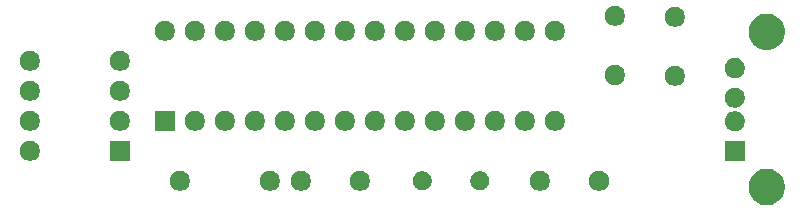
<source format=gbs>
G04 #@! TF.GenerationSoftware,KiCad,Pcbnew,5.1.5*
G04 #@! TF.CreationDate,2020-02-20T08:26:26-05:00*
G04 #@! TF.ProjectId,bluefish-hardware,626c7565-6669-4736-982d-686172647761,rev?*
G04 #@! TF.SameCoordinates,Original*
G04 #@! TF.FileFunction,Soldermask,Bot*
G04 #@! TF.FilePolarity,Negative*
%FSLAX46Y46*%
G04 Gerber Fmt 4.6, Leading zero omitted, Abs format (unit mm)*
G04 Created by KiCad (PCBNEW 5.1.5) date 2020-02-20 08:26:26*
%MOMM*%
%LPD*%
G04 APERTURE LIST*
%ADD10C,0.100000*%
G04 APERTURE END LIST*
D10*
G36*
X197322585Y-100608802D02*
G01*
X197472410Y-100638604D01*
X197754674Y-100755521D01*
X198008705Y-100925259D01*
X198224741Y-101141295D01*
X198394479Y-101395326D01*
X198511396Y-101677590D01*
X198571000Y-101977240D01*
X198571000Y-102282760D01*
X198511396Y-102582410D01*
X198394479Y-102864674D01*
X198224741Y-103118705D01*
X198008705Y-103334741D01*
X197754674Y-103504479D01*
X197472410Y-103621396D01*
X197322585Y-103651198D01*
X197172761Y-103681000D01*
X196867239Y-103681000D01*
X196717415Y-103651198D01*
X196567590Y-103621396D01*
X196285326Y-103504479D01*
X196031295Y-103334741D01*
X195815259Y-103118705D01*
X195645521Y-102864674D01*
X195528604Y-102582410D01*
X195469000Y-102282760D01*
X195469000Y-101977240D01*
X195528604Y-101677590D01*
X195645521Y-101395326D01*
X195815259Y-101141295D01*
X196031295Y-100925259D01*
X196285326Y-100755521D01*
X196567590Y-100638604D01*
X196717415Y-100608802D01*
X196867239Y-100579000D01*
X197172761Y-100579000D01*
X197322585Y-100608802D01*
G37*
G36*
X183048228Y-100781703D02*
G01*
X183203100Y-100845853D01*
X183342481Y-100938985D01*
X183461015Y-101057519D01*
X183554147Y-101196900D01*
X183618297Y-101351772D01*
X183651000Y-101516184D01*
X183651000Y-101683816D01*
X183618297Y-101848228D01*
X183554147Y-102003100D01*
X183461015Y-102142481D01*
X183342481Y-102261015D01*
X183203100Y-102354147D01*
X183048228Y-102418297D01*
X182883816Y-102451000D01*
X182716184Y-102451000D01*
X182551772Y-102418297D01*
X182396900Y-102354147D01*
X182257519Y-102261015D01*
X182138985Y-102142481D01*
X182045853Y-102003100D01*
X181981703Y-101848228D01*
X181949000Y-101683816D01*
X181949000Y-101516184D01*
X181981703Y-101351772D01*
X182045853Y-101196900D01*
X182138985Y-101057519D01*
X182257519Y-100938985D01*
X182396900Y-100845853D01*
X182551772Y-100781703D01*
X182716184Y-100749000D01*
X182883816Y-100749000D01*
X183048228Y-100781703D01*
G37*
G36*
X178048228Y-100781703D02*
G01*
X178203100Y-100845853D01*
X178342481Y-100938985D01*
X178461015Y-101057519D01*
X178554147Y-101196900D01*
X178618297Y-101351772D01*
X178651000Y-101516184D01*
X178651000Y-101683816D01*
X178618297Y-101848228D01*
X178554147Y-102003100D01*
X178461015Y-102142481D01*
X178342481Y-102261015D01*
X178203100Y-102354147D01*
X178048228Y-102418297D01*
X177883816Y-102451000D01*
X177716184Y-102451000D01*
X177551772Y-102418297D01*
X177396900Y-102354147D01*
X177257519Y-102261015D01*
X177138985Y-102142481D01*
X177045853Y-102003100D01*
X176981703Y-101848228D01*
X176949000Y-101683816D01*
X176949000Y-101516184D01*
X176981703Y-101351772D01*
X177045853Y-101196900D01*
X177138985Y-101057519D01*
X177257519Y-100938985D01*
X177396900Y-100845853D01*
X177551772Y-100781703D01*
X177716184Y-100749000D01*
X177883816Y-100749000D01*
X178048228Y-100781703D01*
G37*
G36*
X162808228Y-100781703D02*
G01*
X162963100Y-100845853D01*
X163102481Y-100938985D01*
X163221015Y-101057519D01*
X163314147Y-101196900D01*
X163378297Y-101351772D01*
X163411000Y-101516184D01*
X163411000Y-101683816D01*
X163378297Y-101848228D01*
X163314147Y-102003100D01*
X163221015Y-102142481D01*
X163102481Y-102261015D01*
X162963100Y-102354147D01*
X162808228Y-102418297D01*
X162643816Y-102451000D01*
X162476184Y-102451000D01*
X162311772Y-102418297D01*
X162156900Y-102354147D01*
X162017519Y-102261015D01*
X161898985Y-102142481D01*
X161805853Y-102003100D01*
X161741703Y-101848228D01*
X161709000Y-101683816D01*
X161709000Y-101516184D01*
X161741703Y-101351772D01*
X161805853Y-101196900D01*
X161898985Y-101057519D01*
X162017519Y-100938985D01*
X162156900Y-100845853D01*
X162311772Y-100781703D01*
X162476184Y-100749000D01*
X162643816Y-100749000D01*
X162808228Y-100781703D01*
G37*
G36*
X157808228Y-100781703D02*
G01*
X157963100Y-100845853D01*
X158102481Y-100938985D01*
X158221015Y-101057519D01*
X158314147Y-101196900D01*
X158378297Y-101351772D01*
X158411000Y-101516184D01*
X158411000Y-101683816D01*
X158378297Y-101848228D01*
X158314147Y-102003100D01*
X158221015Y-102142481D01*
X158102481Y-102261015D01*
X157963100Y-102354147D01*
X157808228Y-102418297D01*
X157643816Y-102451000D01*
X157476184Y-102451000D01*
X157311772Y-102418297D01*
X157156900Y-102354147D01*
X157017519Y-102261015D01*
X156898985Y-102142481D01*
X156805853Y-102003100D01*
X156741703Y-101848228D01*
X156709000Y-101683816D01*
X156709000Y-101516184D01*
X156741703Y-101351772D01*
X156805853Y-101196900D01*
X156898985Y-101057519D01*
X157017519Y-100938985D01*
X157156900Y-100845853D01*
X157311772Y-100781703D01*
X157476184Y-100749000D01*
X157643816Y-100749000D01*
X157808228Y-100781703D01*
G37*
G36*
X155188228Y-100781703D02*
G01*
X155343100Y-100845853D01*
X155482481Y-100938985D01*
X155601015Y-101057519D01*
X155694147Y-101196900D01*
X155758297Y-101351772D01*
X155791000Y-101516184D01*
X155791000Y-101683816D01*
X155758297Y-101848228D01*
X155694147Y-102003100D01*
X155601015Y-102142481D01*
X155482481Y-102261015D01*
X155343100Y-102354147D01*
X155188228Y-102418297D01*
X155023816Y-102451000D01*
X154856184Y-102451000D01*
X154691772Y-102418297D01*
X154536900Y-102354147D01*
X154397519Y-102261015D01*
X154278985Y-102142481D01*
X154185853Y-102003100D01*
X154121703Y-101848228D01*
X154089000Y-101683816D01*
X154089000Y-101516184D01*
X154121703Y-101351772D01*
X154185853Y-101196900D01*
X154278985Y-101057519D01*
X154397519Y-100938985D01*
X154536900Y-100845853D01*
X154691772Y-100781703D01*
X154856184Y-100749000D01*
X155023816Y-100749000D01*
X155188228Y-100781703D01*
G37*
G36*
X147568228Y-100781703D02*
G01*
X147723100Y-100845853D01*
X147862481Y-100938985D01*
X147981015Y-101057519D01*
X148074147Y-101196900D01*
X148138297Y-101351772D01*
X148171000Y-101516184D01*
X148171000Y-101683816D01*
X148138297Y-101848228D01*
X148074147Y-102003100D01*
X147981015Y-102142481D01*
X147862481Y-102261015D01*
X147723100Y-102354147D01*
X147568228Y-102418297D01*
X147403816Y-102451000D01*
X147236184Y-102451000D01*
X147071772Y-102418297D01*
X146916900Y-102354147D01*
X146777519Y-102261015D01*
X146658985Y-102142481D01*
X146565853Y-102003100D01*
X146501703Y-101848228D01*
X146469000Y-101683816D01*
X146469000Y-101516184D01*
X146501703Y-101351772D01*
X146565853Y-101196900D01*
X146658985Y-101057519D01*
X146777519Y-100938985D01*
X146916900Y-100845853D01*
X147071772Y-100781703D01*
X147236184Y-100749000D01*
X147403816Y-100749000D01*
X147568228Y-100781703D01*
G37*
G36*
X168073642Y-100829781D02*
G01*
X168219414Y-100890162D01*
X168219416Y-100890163D01*
X168350608Y-100977822D01*
X168462178Y-101089392D01*
X168534012Y-101196900D01*
X168549838Y-101220586D01*
X168610219Y-101366358D01*
X168641000Y-101521107D01*
X168641000Y-101678893D01*
X168610219Y-101833642D01*
X168549838Y-101979414D01*
X168549837Y-101979416D01*
X168462178Y-102110608D01*
X168350608Y-102222178D01*
X168219416Y-102309837D01*
X168219415Y-102309838D01*
X168219414Y-102309838D01*
X168073642Y-102370219D01*
X167918893Y-102401000D01*
X167761107Y-102401000D01*
X167606358Y-102370219D01*
X167460586Y-102309838D01*
X167460585Y-102309838D01*
X167460584Y-102309837D01*
X167329392Y-102222178D01*
X167217822Y-102110608D01*
X167130163Y-101979416D01*
X167130162Y-101979414D01*
X167069781Y-101833642D01*
X167039000Y-101678893D01*
X167039000Y-101521107D01*
X167069781Y-101366358D01*
X167130162Y-101220586D01*
X167145988Y-101196900D01*
X167217822Y-101089392D01*
X167329392Y-100977822D01*
X167460584Y-100890163D01*
X167460586Y-100890162D01*
X167606358Y-100829781D01*
X167761107Y-100799000D01*
X167918893Y-100799000D01*
X168073642Y-100829781D01*
G37*
G36*
X172953642Y-100829781D02*
G01*
X173099414Y-100890162D01*
X173099416Y-100890163D01*
X173230608Y-100977822D01*
X173342178Y-101089392D01*
X173414012Y-101196900D01*
X173429838Y-101220586D01*
X173490219Y-101366358D01*
X173521000Y-101521107D01*
X173521000Y-101678893D01*
X173490219Y-101833642D01*
X173429838Y-101979414D01*
X173429837Y-101979416D01*
X173342178Y-102110608D01*
X173230608Y-102222178D01*
X173099416Y-102309837D01*
X173099415Y-102309838D01*
X173099414Y-102309838D01*
X172953642Y-102370219D01*
X172798893Y-102401000D01*
X172641107Y-102401000D01*
X172486358Y-102370219D01*
X172340586Y-102309838D01*
X172340585Y-102309838D01*
X172340584Y-102309837D01*
X172209392Y-102222178D01*
X172097822Y-102110608D01*
X172010163Y-101979416D01*
X172010162Y-101979414D01*
X171949781Y-101833642D01*
X171919000Y-101678893D01*
X171919000Y-101521107D01*
X171949781Y-101366358D01*
X172010162Y-101220586D01*
X172025988Y-101196900D01*
X172097822Y-101089392D01*
X172209392Y-100977822D01*
X172340584Y-100890163D01*
X172340586Y-100890162D01*
X172486358Y-100829781D01*
X172641107Y-100799000D01*
X172798893Y-100799000D01*
X172953642Y-100829781D01*
G37*
G36*
X195161000Y-99911000D02*
G01*
X193459000Y-99911000D01*
X193459000Y-98209000D01*
X195161000Y-98209000D01*
X195161000Y-99911000D01*
G37*
G36*
X143091000Y-99911000D02*
G01*
X141389000Y-99911000D01*
X141389000Y-98209000D01*
X143091000Y-98209000D01*
X143091000Y-99911000D01*
G37*
G36*
X134868228Y-98241703D02*
G01*
X135023100Y-98305853D01*
X135162481Y-98398985D01*
X135281015Y-98517519D01*
X135374147Y-98656900D01*
X135438297Y-98811772D01*
X135471000Y-98976184D01*
X135471000Y-99143816D01*
X135438297Y-99308228D01*
X135374147Y-99463100D01*
X135281015Y-99602481D01*
X135162481Y-99721015D01*
X135023100Y-99814147D01*
X134868228Y-99878297D01*
X134703816Y-99911000D01*
X134536184Y-99911000D01*
X134371772Y-99878297D01*
X134216900Y-99814147D01*
X134077519Y-99721015D01*
X133958985Y-99602481D01*
X133865853Y-99463100D01*
X133801703Y-99308228D01*
X133769000Y-99143816D01*
X133769000Y-98976184D01*
X133801703Y-98811772D01*
X133865853Y-98656900D01*
X133958985Y-98517519D01*
X134077519Y-98398985D01*
X134216900Y-98305853D01*
X134371772Y-98241703D01*
X134536184Y-98209000D01*
X134703816Y-98209000D01*
X134868228Y-98241703D01*
G37*
G36*
X194558228Y-95741703D02*
G01*
X194713100Y-95805853D01*
X194852481Y-95898985D01*
X194971015Y-96017519D01*
X195064147Y-96156900D01*
X195128297Y-96311772D01*
X195161000Y-96476184D01*
X195161000Y-96643816D01*
X195128297Y-96808228D01*
X195064147Y-96963100D01*
X194971015Y-97102481D01*
X194852481Y-97221015D01*
X194713100Y-97314147D01*
X194558228Y-97378297D01*
X194393816Y-97411000D01*
X194226184Y-97411000D01*
X194061772Y-97378297D01*
X193906900Y-97314147D01*
X193767519Y-97221015D01*
X193648985Y-97102481D01*
X193555853Y-96963100D01*
X193491703Y-96808228D01*
X193459000Y-96643816D01*
X193459000Y-96476184D01*
X193491703Y-96311772D01*
X193555853Y-96156900D01*
X193648985Y-96017519D01*
X193767519Y-95898985D01*
X193906900Y-95805853D01*
X194061772Y-95741703D01*
X194226184Y-95709000D01*
X194393816Y-95709000D01*
X194558228Y-95741703D01*
G37*
G36*
X142488228Y-95701703D02*
G01*
X142643100Y-95765853D01*
X142782481Y-95858985D01*
X142901015Y-95977519D01*
X142994147Y-96116900D01*
X143058297Y-96271772D01*
X143091000Y-96436184D01*
X143091000Y-96603816D01*
X143058297Y-96768228D01*
X142994147Y-96923100D01*
X142901015Y-97062481D01*
X142782481Y-97181015D01*
X142643100Y-97274147D01*
X142488228Y-97338297D01*
X142323816Y-97371000D01*
X142156184Y-97371000D01*
X141991772Y-97338297D01*
X141836900Y-97274147D01*
X141697519Y-97181015D01*
X141578985Y-97062481D01*
X141485853Y-96923100D01*
X141421703Y-96768228D01*
X141389000Y-96603816D01*
X141389000Y-96436184D01*
X141421703Y-96271772D01*
X141485853Y-96116900D01*
X141578985Y-95977519D01*
X141697519Y-95858985D01*
X141836900Y-95765853D01*
X141991772Y-95701703D01*
X142156184Y-95669000D01*
X142323816Y-95669000D01*
X142488228Y-95701703D01*
G37*
G36*
X134868228Y-95701703D02*
G01*
X135023100Y-95765853D01*
X135162481Y-95858985D01*
X135281015Y-95977519D01*
X135374147Y-96116900D01*
X135438297Y-96271772D01*
X135471000Y-96436184D01*
X135471000Y-96603816D01*
X135438297Y-96768228D01*
X135374147Y-96923100D01*
X135281015Y-97062481D01*
X135162481Y-97181015D01*
X135023100Y-97274147D01*
X134868228Y-97338297D01*
X134703816Y-97371000D01*
X134536184Y-97371000D01*
X134371772Y-97338297D01*
X134216900Y-97274147D01*
X134077519Y-97181015D01*
X133958985Y-97062481D01*
X133865853Y-96923100D01*
X133801703Y-96768228D01*
X133769000Y-96603816D01*
X133769000Y-96436184D01*
X133801703Y-96271772D01*
X133865853Y-96116900D01*
X133958985Y-95977519D01*
X134077519Y-95858985D01*
X134216900Y-95765853D01*
X134371772Y-95701703D01*
X134536184Y-95669000D01*
X134703816Y-95669000D01*
X134868228Y-95701703D01*
G37*
G36*
X171698228Y-95701703D02*
G01*
X171853100Y-95765853D01*
X171992481Y-95858985D01*
X172111015Y-95977519D01*
X172204147Y-96116900D01*
X172268297Y-96271772D01*
X172301000Y-96436184D01*
X172301000Y-96603816D01*
X172268297Y-96768228D01*
X172204147Y-96923100D01*
X172111015Y-97062481D01*
X171992481Y-97181015D01*
X171853100Y-97274147D01*
X171698228Y-97338297D01*
X171533816Y-97371000D01*
X171366184Y-97371000D01*
X171201772Y-97338297D01*
X171046900Y-97274147D01*
X170907519Y-97181015D01*
X170788985Y-97062481D01*
X170695853Y-96923100D01*
X170631703Y-96768228D01*
X170599000Y-96603816D01*
X170599000Y-96436184D01*
X170631703Y-96271772D01*
X170695853Y-96116900D01*
X170788985Y-95977519D01*
X170907519Y-95858985D01*
X171046900Y-95765853D01*
X171201772Y-95701703D01*
X171366184Y-95669000D01*
X171533816Y-95669000D01*
X171698228Y-95701703D01*
G37*
G36*
X166618228Y-95701703D02*
G01*
X166773100Y-95765853D01*
X166912481Y-95858985D01*
X167031015Y-95977519D01*
X167124147Y-96116900D01*
X167188297Y-96271772D01*
X167221000Y-96436184D01*
X167221000Y-96603816D01*
X167188297Y-96768228D01*
X167124147Y-96923100D01*
X167031015Y-97062481D01*
X166912481Y-97181015D01*
X166773100Y-97274147D01*
X166618228Y-97338297D01*
X166453816Y-97371000D01*
X166286184Y-97371000D01*
X166121772Y-97338297D01*
X165966900Y-97274147D01*
X165827519Y-97181015D01*
X165708985Y-97062481D01*
X165615853Y-96923100D01*
X165551703Y-96768228D01*
X165519000Y-96603816D01*
X165519000Y-96436184D01*
X165551703Y-96271772D01*
X165615853Y-96116900D01*
X165708985Y-95977519D01*
X165827519Y-95858985D01*
X165966900Y-95765853D01*
X166121772Y-95701703D01*
X166286184Y-95669000D01*
X166453816Y-95669000D01*
X166618228Y-95701703D01*
G37*
G36*
X164078228Y-95701703D02*
G01*
X164233100Y-95765853D01*
X164372481Y-95858985D01*
X164491015Y-95977519D01*
X164584147Y-96116900D01*
X164648297Y-96271772D01*
X164681000Y-96436184D01*
X164681000Y-96603816D01*
X164648297Y-96768228D01*
X164584147Y-96923100D01*
X164491015Y-97062481D01*
X164372481Y-97181015D01*
X164233100Y-97274147D01*
X164078228Y-97338297D01*
X163913816Y-97371000D01*
X163746184Y-97371000D01*
X163581772Y-97338297D01*
X163426900Y-97274147D01*
X163287519Y-97181015D01*
X163168985Y-97062481D01*
X163075853Y-96923100D01*
X163011703Y-96768228D01*
X162979000Y-96603816D01*
X162979000Y-96436184D01*
X163011703Y-96271772D01*
X163075853Y-96116900D01*
X163168985Y-95977519D01*
X163287519Y-95858985D01*
X163426900Y-95765853D01*
X163581772Y-95701703D01*
X163746184Y-95669000D01*
X163913816Y-95669000D01*
X164078228Y-95701703D01*
G37*
G36*
X161538228Y-95701703D02*
G01*
X161693100Y-95765853D01*
X161832481Y-95858985D01*
X161951015Y-95977519D01*
X162044147Y-96116900D01*
X162108297Y-96271772D01*
X162141000Y-96436184D01*
X162141000Y-96603816D01*
X162108297Y-96768228D01*
X162044147Y-96923100D01*
X161951015Y-97062481D01*
X161832481Y-97181015D01*
X161693100Y-97274147D01*
X161538228Y-97338297D01*
X161373816Y-97371000D01*
X161206184Y-97371000D01*
X161041772Y-97338297D01*
X160886900Y-97274147D01*
X160747519Y-97181015D01*
X160628985Y-97062481D01*
X160535853Y-96923100D01*
X160471703Y-96768228D01*
X160439000Y-96603816D01*
X160439000Y-96436184D01*
X160471703Y-96271772D01*
X160535853Y-96116900D01*
X160628985Y-95977519D01*
X160747519Y-95858985D01*
X160886900Y-95765853D01*
X161041772Y-95701703D01*
X161206184Y-95669000D01*
X161373816Y-95669000D01*
X161538228Y-95701703D01*
G37*
G36*
X158998228Y-95701703D02*
G01*
X159153100Y-95765853D01*
X159292481Y-95858985D01*
X159411015Y-95977519D01*
X159504147Y-96116900D01*
X159568297Y-96271772D01*
X159601000Y-96436184D01*
X159601000Y-96603816D01*
X159568297Y-96768228D01*
X159504147Y-96923100D01*
X159411015Y-97062481D01*
X159292481Y-97181015D01*
X159153100Y-97274147D01*
X158998228Y-97338297D01*
X158833816Y-97371000D01*
X158666184Y-97371000D01*
X158501772Y-97338297D01*
X158346900Y-97274147D01*
X158207519Y-97181015D01*
X158088985Y-97062481D01*
X157995853Y-96923100D01*
X157931703Y-96768228D01*
X157899000Y-96603816D01*
X157899000Y-96436184D01*
X157931703Y-96271772D01*
X157995853Y-96116900D01*
X158088985Y-95977519D01*
X158207519Y-95858985D01*
X158346900Y-95765853D01*
X158501772Y-95701703D01*
X158666184Y-95669000D01*
X158833816Y-95669000D01*
X158998228Y-95701703D01*
G37*
G36*
X156458228Y-95701703D02*
G01*
X156613100Y-95765853D01*
X156752481Y-95858985D01*
X156871015Y-95977519D01*
X156964147Y-96116900D01*
X157028297Y-96271772D01*
X157061000Y-96436184D01*
X157061000Y-96603816D01*
X157028297Y-96768228D01*
X156964147Y-96923100D01*
X156871015Y-97062481D01*
X156752481Y-97181015D01*
X156613100Y-97274147D01*
X156458228Y-97338297D01*
X156293816Y-97371000D01*
X156126184Y-97371000D01*
X155961772Y-97338297D01*
X155806900Y-97274147D01*
X155667519Y-97181015D01*
X155548985Y-97062481D01*
X155455853Y-96923100D01*
X155391703Y-96768228D01*
X155359000Y-96603816D01*
X155359000Y-96436184D01*
X155391703Y-96271772D01*
X155455853Y-96116900D01*
X155548985Y-95977519D01*
X155667519Y-95858985D01*
X155806900Y-95765853D01*
X155961772Y-95701703D01*
X156126184Y-95669000D01*
X156293816Y-95669000D01*
X156458228Y-95701703D01*
G37*
G36*
X151378228Y-95701703D02*
G01*
X151533100Y-95765853D01*
X151672481Y-95858985D01*
X151791015Y-95977519D01*
X151884147Y-96116900D01*
X151948297Y-96271772D01*
X151981000Y-96436184D01*
X151981000Y-96603816D01*
X151948297Y-96768228D01*
X151884147Y-96923100D01*
X151791015Y-97062481D01*
X151672481Y-97181015D01*
X151533100Y-97274147D01*
X151378228Y-97338297D01*
X151213816Y-97371000D01*
X151046184Y-97371000D01*
X150881772Y-97338297D01*
X150726900Y-97274147D01*
X150587519Y-97181015D01*
X150468985Y-97062481D01*
X150375853Y-96923100D01*
X150311703Y-96768228D01*
X150279000Y-96603816D01*
X150279000Y-96436184D01*
X150311703Y-96271772D01*
X150375853Y-96116900D01*
X150468985Y-95977519D01*
X150587519Y-95858985D01*
X150726900Y-95765853D01*
X150881772Y-95701703D01*
X151046184Y-95669000D01*
X151213816Y-95669000D01*
X151378228Y-95701703D01*
G37*
G36*
X153918228Y-95701703D02*
G01*
X154073100Y-95765853D01*
X154212481Y-95858985D01*
X154331015Y-95977519D01*
X154424147Y-96116900D01*
X154488297Y-96271772D01*
X154521000Y-96436184D01*
X154521000Y-96603816D01*
X154488297Y-96768228D01*
X154424147Y-96923100D01*
X154331015Y-97062481D01*
X154212481Y-97181015D01*
X154073100Y-97274147D01*
X153918228Y-97338297D01*
X153753816Y-97371000D01*
X153586184Y-97371000D01*
X153421772Y-97338297D01*
X153266900Y-97274147D01*
X153127519Y-97181015D01*
X153008985Y-97062481D01*
X152915853Y-96923100D01*
X152851703Y-96768228D01*
X152819000Y-96603816D01*
X152819000Y-96436184D01*
X152851703Y-96271772D01*
X152915853Y-96116900D01*
X153008985Y-95977519D01*
X153127519Y-95858985D01*
X153266900Y-95765853D01*
X153421772Y-95701703D01*
X153586184Y-95669000D01*
X153753816Y-95669000D01*
X153918228Y-95701703D01*
G37*
G36*
X174238228Y-95701703D02*
G01*
X174393100Y-95765853D01*
X174532481Y-95858985D01*
X174651015Y-95977519D01*
X174744147Y-96116900D01*
X174808297Y-96271772D01*
X174841000Y-96436184D01*
X174841000Y-96603816D01*
X174808297Y-96768228D01*
X174744147Y-96923100D01*
X174651015Y-97062481D01*
X174532481Y-97181015D01*
X174393100Y-97274147D01*
X174238228Y-97338297D01*
X174073816Y-97371000D01*
X173906184Y-97371000D01*
X173741772Y-97338297D01*
X173586900Y-97274147D01*
X173447519Y-97181015D01*
X173328985Y-97062481D01*
X173235853Y-96923100D01*
X173171703Y-96768228D01*
X173139000Y-96603816D01*
X173139000Y-96436184D01*
X173171703Y-96271772D01*
X173235853Y-96116900D01*
X173328985Y-95977519D01*
X173447519Y-95858985D01*
X173586900Y-95765853D01*
X173741772Y-95701703D01*
X173906184Y-95669000D01*
X174073816Y-95669000D01*
X174238228Y-95701703D01*
G37*
G36*
X179318228Y-95701703D02*
G01*
X179473100Y-95765853D01*
X179612481Y-95858985D01*
X179731015Y-95977519D01*
X179824147Y-96116900D01*
X179888297Y-96271772D01*
X179921000Y-96436184D01*
X179921000Y-96603816D01*
X179888297Y-96768228D01*
X179824147Y-96923100D01*
X179731015Y-97062481D01*
X179612481Y-97181015D01*
X179473100Y-97274147D01*
X179318228Y-97338297D01*
X179153816Y-97371000D01*
X178986184Y-97371000D01*
X178821772Y-97338297D01*
X178666900Y-97274147D01*
X178527519Y-97181015D01*
X178408985Y-97062481D01*
X178315853Y-96923100D01*
X178251703Y-96768228D01*
X178219000Y-96603816D01*
X178219000Y-96436184D01*
X178251703Y-96271772D01*
X178315853Y-96116900D01*
X178408985Y-95977519D01*
X178527519Y-95858985D01*
X178666900Y-95765853D01*
X178821772Y-95701703D01*
X178986184Y-95669000D01*
X179153816Y-95669000D01*
X179318228Y-95701703D01*
G37*
G36*
X176778228Y-95701703D02*
G01*
X176933100Y-95765853D01*
X177072481Y-95858985D01*
X177191015Y-95977519D01*
X177284147Y-96116900D01*
X177348297Y-96271772D01*
X177381000Y-96436184D01*
X177381000Y-96603816D01*
X177348297Y-96768228D01*
X177284147Y-96923100D01*
X177191015Y-97062481D01*
X177072481Y-97181015D01*
X176933100Y-97274147D01*
X176778228Y-97338297D01*
X176613816Y-97371000D01*
X176446184Y-97371000D01*
X176281772Y-97338297D01*
X176126900Y-97274147D01*
X175987519Y-97181015D01*
X175868985Y-97062481D01*
X175775853Y-96923100D01*
X175711703Y-96768228D01*
X175679000Y-96603816D01*
X175679000Y-96436184D01*
X175711703Y-96271772D01*
X175775853Y-96116900D01*
X175868985Y-95977519D01*
X175987519Y-95858985D01*
X176126900Y-95765853D01*
X176281772Y-95701703D01*
X176446184Y-95669000D01*
X176613816Y-95669000D01*
X176778228Y-95701703D01*
G37*
G36*
X169158228Y-95701703D02*
G01*
X169313100Y-95765853D01*
X169452481Y-95858985D01*
X169571015Y-95977519D01*
X169664147Y-96116900D01*
X169728297Y-96271772D01*
X169761000Y-96436184D01*
X169761000Y-96603816D01*
X169728297Y-96768228D01*
X169664147Y-96923100D01*
X169571015Y-97062481D01*
X169452481Y-97181015D01*
X169313100Y-97274147D01*
X169158228Y-97338297D01*
X168993816Y-97371000D01*
X168826184Y-97371000D01*
X168661772Y-97338297D01*
X168506900Y-97274147D01*
X168367519Y-97181015D01*
X168248985Y-97062481D01*
X168155853Y-96923100D01*
X168091703Y-96768228D01*
X168059000Y-96603816D01*
X168059000Y-96436184D01*
X168091703Y-96271772D01*
X168155853Y-96116900D01*
X168248985Y-95977519D01*
X168367519Y-95858985D01*
X168506900Y-95765853D01*
X168661772Y-95701703D01*
X168826184Y-95669000D01*
X168993816Y-95669000D01*
X169158228Y-95701703D01*
G37*
G36*
X146901000Y-97371000D02*
G01*
X145199000Y-97371000D01*
X145199000Y-95669000D01*
X146901000Y-95669000D01*
X146901000Y-97371000D01*
G37*
G36*
X148838228Y-95701703D02*
G01*
X148993100Y-95765853D01*
X149132481Y-95858985D01*
X149251015Y-95977519D01*
X149344147Y-96116900D01*
X149408297Y-96271772D01*
X149441000Y-96436184D01*
X149441000Y-96603816D01*
X149408297Y-96768228D01*
X149344147Y-96923100D01*
X149251015Y-97062481D01*
X149132481Y-97181015D01*
X148993100Y-97274147D01*
X148838228Y-97338297D01*
X148673816Y-97371000D01*
X148506184Y-97371000D01*
X148341772Y-97338297D01*
X148186900Y-97274147D01*
X148047519Y-97181015D01*
X147928985Y-97062481D01*
X147835853Y-96923100D01*
X147771703Y-96768228D01*
X147739000Y-96603816D01*
X147739000Y-96436184D01*
X147771703Y-96271772D01*
X147835853Y-96116900D01*
X147928985Y-95977519D01*
X148047519Y-95858985D01*
X148186900Y-95765853D01*
X148341772Y-95701703D01*
X148506184Y-95669000D01*
X148673816Y-95669000D01*
X148838228Y-95701703D01*
G37*
G36*
X194558228Y-93741703D02*
G01*
X194713100Y-93805853D01*
X194852481Y-93898985D01*
X194971015Y-94017519D01*
X195064147Y-94156900D01*
X195128297Y-94311772D01*
X195161000Y-94476184D01*
X195161000Y-94643816D01*
X195128297Y-94808228D01*
X195064147Y-94963100D01*
X194971015Y-95102481D01*
X194852481Y-95221015D01*
X194713100Y-95314147D01*
X194558228Y-95378297D01*
X194393816Y-95411000D01*
X194226184Y-95411000D01*
X194061772Y-95378297D01*
X193906900Y-95314147D01*
X193767519Y-95221015D01*
X193648985Y-95102481D01*
X193555853Y-94963100D01*
X193491703Y-94808228D01*
X193459000Y-94643816D01*
X193459000Y-94476184D01*
X193491703Y-94311772D01*
X193555853Y-94156900D01*
X193648985Y-94017519D01*
X193767519Y-93898985D01*
X193906900Y-93805853D01*
X194061772Y-93741703D01*
X194226184Y-93709000D01*
X194393816Y-93709000D01*
X194558228Y-93741703D01*
G37*
G36*
X134868228Y-93161703D02*
G01*
X135023100Y-93225853D01*
X135162481Y-93318985D01*
X135281015Y-93437519D01*
X135374147Y-93576900D01*
X135438297Y-93731772D01*
X135471000Y-93896184D01*
X135471000Y-94063816D01*
X135438297Y-94228228D01*
X135374147Y-94383100D01*
X135281015Y-94522481D01*
X135162481Y-94641015D01*
X135023100Y-94734147D01*
X134868228Y-94798297D01*
X134703816Y-94831000D01*
X134536184Y-94831000D01*
X134371772Y-94798297D01*
X134216900Y-94734147D01*
X134077519Y-94641015D01*
X133958985Y-94522481D01*
X133865853Y-94383100D01*
X133801703Y-94228228D01*
X133769000Y-94063816D01*
X133769000Y-93896184D01*
X133801703Y-93731772D01*
X133865853Y-93576900D01*
X133958985Y-93437519D01*
X134077519Y-93318985D01*
X134216900Y-93225853D01*
X134371772Y-93161703D01*
X134536184Y-93129000D01*
X134703816Y-93129000D01*
X134868228Y-93161703D01*
G37*
G36*
X142488228Y-93161703D02*
G01*
X142643100Y-93225853D01*
X142782481Y-93318985D01*
X142901015Y-93437519D01*
X142994147Y-93576900D01*
X143058297Y-93731772D01*
X143091000Y-93896184D01*
X143091000Y-94063816D01*
X143058297Y-94228228D01*
X142994147Y-94383100D01*
X142901015Y-94522481D01*
X142782481Y-94641015D01*
X142643100Y-94734147D01*
X142488228Y-94798297D01*
X142323816Y-94831000D01*
X142156184Y-94831000D01*
X141991772Y-94798297D01*
X141836900Y-94734147D01*
X141697519Y-94641015D01*
X141578985Y-94522481D01*
X141485853Y-94383100D01*
X141421703Y-94228228D01*
X141389000Y-94063816D01*
X141389000Y-93896184D01*
X141421703Y-93731772D01*
X141485853Y-93576900D01*
X141578985Y-93437519D01*
X141697519Y-93318985D01*
X141836900Y-93225853D01*
X141991772Y-93161703D01*
X142156184Y-93129000D01*
X142323816Y-93129000D01*
X142488228Y-93161703D01*
G37*
G36*
X189478228Y-91891703D02*
G01*
X189633100Y-91955853D01*
X189772481Y-92048985D01*
X189891015Y-92167519D01*
X189984147Y-92306900D01*
X190048297Y-92461772D01*
X190081000Y-92626184D01*
X190081000Y-92793816D01*
X190048297Y-92958228D01*
X189984147Y-93113100D01*
X189891015Y-93252481D01*
X189772481Y-93371015D01*
X189633100Y-93464147D01*
X189478228Y-93528297D01*
X189313816Y-93561000D01*
X189146184Y-93561000D01*
X188981772Y-93528297D01*
X188826900Y-93464147D01*
X188687519Y-93371015D01*
X188568985Y-93252481D01*
X188475853Y-93113100D01*
X188411703Y-92958228D01*
X188379000Y-92793816D01*
X188379000Y-92626184D01*
X188411703Y-92461772D01*
X188475853Y-92306900D01*
X188568985Y-92167519D01*
X188687519Y-92048985D01*
X188826900Y-91955853D01*
X188981772Y-91891703D01*
X189146184Y-91859000D01*
X189313816Y-91859000D01*
X189478228Y-91891703D01*
G37*
G36*
X184398228Y-91811703D02*
G01*
X184553100Y-91875853D01*
X184692481Y-91968985D01*
X184811015Y-92087519D01*
X184904147Y-92226900D01*
X184968297Y-92381772D01*
X185001000Y-92546184D01*
X185001000Y-92713816D01*
X184968297Y-92878228D01*
X184904147Y-93033100D01*
X184811015Y-93172481D01*
X184692481Y-93291015D01*
X184553100Y-93384147D01*
X184398228Y-93448297D01*
X184233816Y-93481000D01*
X184066184Y-93481000D01*
X183901772Y-93448297D01*
X183746900Y-93384147D01*
X183607519Y-93291015D01*
X183488985Y-93172481D01*
X183395853Y-93033100D01*
X183331703Y-92878228D01*
X183299000Y-92713816D01*
X183299000Y-92546184D01*
X183331703Y-92381772D01*
X183395853Y-92226900D01*
X183488985Y-92087519D01*
X183607519Y-91968985D01*
X183746900Y-91875853D01*
X183901772Y-91811703D01*
X184066184Y-91779000D01*
X184233816Y-91779000D01*
X184398228Y-91811703D01*
G37*
G36*
X194558228Y-91241703D02*
G01*
X194713100Y-91305853D01*
X194852481Y-91398985D01*
X194971015Y-91517519D01*
X195064147Y-91656900D01*
X195128297Y-91811772D01*
X195161000Y-91976184D01*
X195161000Y-92143816D01*
X195128297Y-92308228D01*
X195064147Y-92463100D01*
X194971015Y-92602481D01*
X194852481Y-92721015D01*
X194713100Y-92814147D01*
X194558228Y-92878297D01*
X194393816Y-92911000D01*
X194226184Y-92911000D01*
X194061772Y-92878297D01*
X193906900Y-92814147D01*
X193767519Y-92721015D01*
X193648985Y-92602481D01*
X193555853Y-92463100D01*
X193491703Y-92308228D01*
X193459000Y-92143816D01*
X193459000Y-91976184D01*
X193491703Y-91811772D01*
X193555853Y-91656900D01*
X193648985Y-91517519D01*
X193767519Y-91398985D01*
X193906900Y-91305853D01*
X194061772Y-91241703D01*
X194226184Y-91209000D01*
X194393816Y-91209000D01*
X194558228Y-91241703D01*
G37*
G36*
X134868228Y-90621703D02*
G01*
X135023100Y-90685853D01*
X135162481Y-90778985D01*
X135281015Y-90897519D01*
X135374147Y-91036900D01*
X135438297Y-91191772D01*
X135471000Y-91356184D01*
X135471000Y-91523816D01*
X135438297Y-91688228D01*
X135374147Y-91843100D01*
X135281015Y-91982481D01*
X135162481Y-92101015D01*
X135023100Y-92194147D01*
X134868228Y-92258297D01*
X134703816Y-92291000D01*
X134536184Y-92291000D01*
X134371772Y-92258297D01*
X134216900Y-92194147D01*
X134077519Y-92101015D01*
X133958985Y-91982481D01*
X133865853Y-91843100D01*
X133801703Y-91688228D01*
X133769000Y-91523816D01*
X133769000Y-91356184D01*
X133801703Y-91191772D01*
X133865853Y-91036900D01*
X133958985Y-90897519D01*
X134077519Y-90778985D01*
X134216900Y-90685853D01*
X134371772Y-90621703D01*
X134536184Y-90589000D01*
X134703816Y-90589000D01*
X134868228Y-90621703D01*
G37*
G36*
X142488228Y-90621703D02*
G01*
X142643100Y-90685853D01*
X142782481Y-90778985D01*
X142901015Y-90897519D01*
X142994147Y-91036900D01*
X143058297Y-91191772D01*
X143091000Y-91356184D01*
X143091000Y-91523816D01*
X143058297Y-91688228D01*
X142994147Y-91843100D01*
X142901015Y-91982481D01*
X142782481Y-92101015D01*
X142643100Y-92194147D01*
X142488228Y-92258297D01*
X142323816Y-92291000D01*
X142156184Y-92291000D01*
X141991772Y-92258297D01*
X141836900Y-92194147D01*
X141697519Y-92101015D01*
X141578985Y-91982481D01*
X141485853Y-91843100D01*
X141421703Y-91688228D01*
X141389000Y-91523816D01*
X141389000Y-91356184D01*
X141421703Y-91191772D01*
X141485853Y-91036900D01*
X141578985Y-90897519D01*
X141697519Y-90778985D01*
X141836900Y-90685853D01*
X141991772Y-90621703D01*
X142156184Y-90589000D01*
X142323816Y-90589000D01*
X142488228Y-90621703D01*
G37*
G36*
X197287238Y-87461771D02*
G01*
X197472410Y-87498604D01*
X197754674Y-87615521D01*
X198008705Y-87785259D01*
X198224741Y-88001295D01*
X198394479Y-88255326D01*
X198511396Y-88537590D01*
X198534108Y-88651771D01*
X198571000Y-88837239D01*
X198571000Y-89142761D01*
X198569912Y-89148229D01*
X198511396Y-89442410D01*
X198394479Y-89724674D01*
X198224741Y-89978705D01*
X198008705Y-90194741D01*
X197754674Y-90364479D01*
X197472410Y-90481396D01*
X197322585Y-90511198D01*
X197172761Y-90541000D01*
X196867239Y-90541000D01*
X196717415Y-90511198D01*
X196567590Y-90481396D01*
X196285326Y-90364479D01*
X196031295Y-90194741D01*
X195815259Y-89978705D01*
X195645521Y-89724674D01*
X195528604Y-89442410D01*
X195470088Y-89148229D01*
X195469000Y-89142761D01*
X195469000Y-88837239D01*
X195505892Y-88651771D01*
X195528604Y-88537590D01*
X195645521Y-88255326D01*
X195815259Y-88001295D01*
X196031295Y-87785259D01*
X196285326Y-87615521D01*
X196567590Y-87498604D01*
X196752762Y-87461771D01*
X196867239Y-87439000D01*
X197172761Y-87439000D01*
X197287238Y-87461771D01*
G37*
G36*
X153918228Y-88081703D02*
G01*
X154073100Y-88145853D01*
X154212481Y-88238985D01*
X154331015Y-88357519D01*
X154424147Y-88496900D01*
X154488297Y-88651772D01*
X154521000Y-88816184D01*
X154521000Y-88983816D01*
X154488297Y-89148228D01*
X154424147Y-89303100D01*
X154331015Y-89442481D01*
X154212481Y-89561015D01*
X154073100Y-89654147D01*
X153918228Y-89718297D01*
X153753816Y-89751000D01*
X153586184Y-89751000D01*
X153421772Y-89718297D01*
X153266900Y-89654147D01*
X153127519Y-89561015D01*
X153008985Y-89442481D01*
X152915853Y-89303100D01*
X152851703Y-89148228D01*
X152819000Y-88983816D01*
X152819000Y-88816184D01*
X152851703Y-88651772D01*
X152915853Y-88496900D01*
X153008985Y-88357519D01*
X153127519Y-88238985D01*
X153266900Y-88145853D01*
X153421772Y-88081703D01*
X153586184Y-88049000D01*
X153753816Y-88049000D01*
X153918228Y-88081703D01*
G37*
G36*
X156458228Y-88081703D02*
G01*
X156613100Y-88145853D01*
X156752481Y-88238985D01*
X156871015Y-88357519D01*
X156964147Y-88496900D01*
X157028297Y-88651772D01*
X157061000Y-88816184D01*
X157061000Y-88983816D01*
X157028297Y-89148228D01*
X156964147Y-89303100D01*
X156871015Y-89442481D01*
X156752481Y-89561015D01*
X156613100Y-89654147D01*
X156458228Y-89718297D01*
X156293816Y-89751000D01*
X156126184Y-89751000D01*
X155961772Y-89718297D01*
X155806900Y-89654147D01*
X155667519Y-89561015D01*
X155548985Y-89442481D01*
X155455853Y-89303100D01*
X155391703Y-89148228D01*
X155359000Y-88983816D01*
X155359000Y-88816184D01*
X155391703Y-88651772D01*
X155455853Y-88496900D01*
X155548985Y-88357519D01*
X155667519Y-88238985D01*
X155806900Y-88145853D01*
X155961772Y-88081703D01*
X156126184Y-88049000D01*
X156293816Y-88049000D01*
X156458228Y-88081703D01*
G37*
G36*
X151378228Y-88081703D02*
G01*
X151533100Y-88145853D01*
X151672481Y-88238985D01*
X151791015Y-88357519D01*
X151884147Y-88496900D01*
X151948297Y-88651772D01*
X151981000Y-88816184D01*
X151981000Y-88983816D01*
X151948297Y-89148228D01*
X151884147Y-89303100D01*
X151791015Y-89442481D01*
X151672481Y-89561015D01*
X151533100Y-89654147D01*
X151378228Y-89718297D01*
X151213816Y-89751000D01*
X151046184Y-89751000D01*
X150881772Y-89718297D01*
X150726900Y-89654147D01*
X150587519Y-89561015D01*
X150468985Y-89442481D01*
X150375853Y-89303100D01*
X150311703Y-89148228D01*
X150279000Y-88983816D01*
X150279000Y-88816184D01*
X150311703Y-88651772D01*
X150375853Y-88496900D01*
X150468985Y-88357519D01*
X150587519Y-88238985D01*
X150726900Y-88145853D01*
X150881772Y-88081703D01*
X151046184Y-88049000D01*
X151213816Y-88049000D01*
X151378228Y-88081703D01*
G37*
G36*
X158998228Y-88081703D02*
G01*
X159153100Y-88145853D01*
X159292481Y-88238985D01*
X159411015Y-88357519D01*
X159504147Y-88496900D01*
X159568297Y-88651772D01*
X159601000Y-88816184D01*
X159601000Y-88983816D01*
X159568297Y-89148228D01*
X159504147Y-89303100D01*
X159411015Y-89442481D01*
X159292481Y-89561015D01*
X159153100Y-89654147D01*
X158998228Y-89718297D01*
X158833816Y-89751000D01*
X158666184Y-89751000D01*
X158501772Y-89718297D01*
X158346900Y-89654147D01*
X158207519Y-89561015D01*
X158088985Y-89442481D01*
X157995853Y-89303100D01*
X157931703Y-89148228D01*
X157899000Y-88983816D01*
X157899000Y-88816184D01*
X157931703Y-88651772D01*
X157995853Y-88496900D01*
X158088985Y-88357519D01*
X158207519Y-88238985D01*
X158346900Y-88145853D01*
X158501772Y-88081703D01*
X158666184Y-88049000D01*
X158833816Y-88049000D01*
X158998228Y-88081703D01*
G37*
G36*
X171698228Y-88081703D02*
G01*
X171853100Y-88145853D01*
X171992481Y-88238985D01*
X172111015Y-88357519D01*
X172204147Y-88496900D01*
X172268297Y-88651772D01*
X172301000Y-88816184D01*
X172301000Y-88983816D01*
X172268297Y-89148228D01*
X172204147Y-89303100D01*
X172111015Y-89442481D01*
X171992481Y-89561015D01*
X171853100Y-89654147D01*
X171698228Y-89718297D01*
X171533816Y-89751000D01*
X171366184Y-89751000D01*
X171201772Y-89718297D01*
X171046900Y-89654147D01*
X170907519Y-89561015D01*
X170788985Y-89442481D01*
X170695853Y-89303100D01*
X170631703Y-89148228D01*
X170599000Y-88983816D01*
X170599000Y-88816184D01*
X170631703Y-88651772D01*
X170695853Y-88496900D01*
X170788985Y-88357519D01*
X170907519Y-88238985D01*
X171046900Y-88145853D01*
X171201772Y-88081703D01*
X171366184Y-88049000D01*
X171533816Y-88049000D01*
X171698228Y-88081703D01*
G37*
G36*
X148838228Y-88081703D02*
G01*
X148993100Y-88145853D01*
X149132481Y-88238985D01*
X149251015Y-88357519D01*
X149344147Y-88496900D01*
X149408297Y-88651772D01*
X149441000Y-88816184D01*
X149441000Y-88983816D01*
X149408297Y-89148228D01*
X149344147Y-89303100D01*
X149251015Y-89442481D01*
X149132481Y-89561015D01*
X148993100Y-89654147D01*
X148838228Y-89718297D01*
X148673816Y-89751000D01*
X148506184Y-89751000D01*
X148341772Y-89718297D01*
X148186900Y-89654147D01*
X148047519Y-89561015D01*
X147928985Y-89442481D01*
X147835853Y-89303100D01*
X147771703Y-89148228D01*
X147739000Y-88983816D01*
X147739000Y-88816184D01*
X147771703Y-88651772D01*
X147835853Y-88496900D01*
X147928985Y-88357519D01*
X148047519Y-88238985D01*
X148186900Y-88145853D01*
X148341772Y-88081703D01*
X148506184Y-88049000D01*
X148673816Y-88049000D01*
X148838228Y-88081703D01*
G37*
G36*
X161538228Y-88081703D02*
G01*
X161693100Y-88145853D01*
X161832481Y-88238985D01*
X161951015Y-88357519D01*
X162044147Y-88496900D01*
X162108297Y-88651772D01*
X162141000Y-88816184D01*
X162141000Y-88983816D01*
X162108297Y-89148228D01*
X162044147Y-89303100D01*
X161951015Y-89442481D01*
X161832481Y-89561015D01*
X161693100Y-89654147D01*
X161538228Y-89718297D01*
X161373816Y-89751000D01*
X161206184Y-89751000D01*
X161041772Y-89718297D01*
X160886900Y-89654147D01*
X160747519Y-89561015D01*
X160628985Y-89442481D01*
X160535853Y-89303100D01*
X160471703Y-89148228D01*
X160439000Y-88983816D01*
X160439000Y-88816184D01*
X160471703Y-88651772D01*
X160535853Y-88496900D01*
X160628985Y-88357519D01*
X160747519Y-88238985D01*
X160886900Y-88145853D01*
X161041772Y-88081703D01*
X161206184Y-88049000D01*
X161373816Y-88049000D01*
X161538228Y-88081703D01*
G37*
G36*
X146298228Y-88081703D02*
G01*
X146453100Y-88145853D01*
X146592481Y-88238985D01*
X146711015Y-88357519D01*
X146804147Y-88496900D01*
X146868297Y-88651772D01*
X146901000Y-88816184D01*
X146901000Y-88983816D01*
X146868297Y-89148228D01*
X146804147Y-89303100D01*
X146711015Y-89442481D01*
X146592481Y-89561015D01*
X146453100Y-89654147D01*
X146298228Y-89718297D01*
X146133816Y-89751000D01*
X145966184Y-89751000D01*
X145801772Y-89718297D01*
X145646900Y-89654147D01*
X145507519Y-89561015D01*
X145388985Y-89442481D01*
X145295853Y-89303100D01*
X145231703Y-89148228D01*
X145199000Y-88983816D01*
X145199000Y-88816184D01*
X145231703Y-88651772D01*
X145295853Y-88496900D01*
X145388985Y-88357519D01*
X145507519Y-88238985D01*
X145646900Y-88145853D01*
X145801772Y-88081703D01*
X145966184Y-88049000D01*
X146133816Y-88049000D01*
X146298228Y-88081703D01*
G37*
G36*
X169158228Y-88081703D02*
G01*
X169313100Y-88145853D01*
X169452481Y-88238985D01*
X169571015Y-88357519D01*
X169664147Y-88496900D01*
X169728297Y-88651772D01*
X169761000Y-88816184D01*
X169761000Y-88983816D01*
X169728297Y-89148228D01*
X169664147Y-89303100D01*
X169571015Y-89442481D01*
X169452481Y-89561015D01*
X169313100Y-89654147D01*
X169158228Y-89718297D01*
X168993816Y-89751000D01*
X168826184Y-89751000D01*
X168661772Y-89718297D01*
X168506900Y-89654147D01*
X168367519Y-89561015D01*
X168248985Y-89442481D01*
X168155853Y-89303100D01*
X168091703Y-89148228D01*
X168059000Y-88983816D01*
X168059000Y-88816184D01*
X168091703Y-88651772D01*
X168155853Y-88496900D01*
X168248985Y-88357519D01*
X168367519Y-88238985D01*
X168506900Y-88145853D01*
X168661772Y-88081703D01*
X168826184Y-88049000D01*
X168993816Y-88049000D01*
X169158228Y-88081703D01*
G37*
G36*
X164078228Y-88081703D02*
G01*
X164233100Y-88145853D01*
X164372481Y-88238985D01*
X164491015Y-88357519D01*
X164584147Y-88496900D01*
X164648297Y-88651772D01*
X164681000Y-88816184D01*
X164681000Y-88983816D01*
X164648297Y-89148228D01*
X164584147Y-89303100D01*
X164491015Y-89442481D01*
X164372481Y-89561015D01*
X164233100Y-89654147D01*
X164078228Y-89718297D01*
X163913816Y-89751000D01*
X163746184Y-89751000D01*
X163581772Y-89718297D01*
X163426900Y-89654147D01*
X163287519Y-89561015D01*
X163168985Y-89442481D01*
X163075853Y-89303100D01*
X163011703Y-89148228D01*
X162979000Y-88983816D01*
X162979000Y-88816184D01*
X163011703Y-88651772D01*
X163075853Y-88496900D01*
X163168985Y-88357519D01*
X163287519Y-88238985D01*
X163426900Y-88145853D01*
X163581772Y-88081703D01*
X163746184Y-88049000D01*
X163913816Y-88049000D01*
X164078228Y-88081703D01*
G37*
G36*
X166618228Y-88081703D02*
G01*
X166773100Y-88145853D01*
X166912481Y-88238985D01*
X167031015Y-88357519D01*
X167124147Y-88496900D01*
X167188297Y-88651772D01*
X167221000Y-88816184D01*
X167221000Y-88983816D01*
X167188297Y-89148228D01*
X167124147Y-89303100D01*
X167031015Y-89442481D01*
X166912481Y-89561015D01*
X166773100Y-89654147D01*
X166618228Y-89718297D01*
X166453816Y-89751000D01*
X166286184Y-89751000D01*
X166121772Y-89718297D01*
X165966900Y-89654147D01*
X165827519Y-89561015D01*
X165708985Y-89442481D01*
X165615853Y-89303100D01*
X165551703Y-89148228D01*
X165519000Y-88983816D01*
X165519000Y-88816184D01*
X165551703Y-88651772D01*
X165615853Y-88496900D01*
X165708985Y-88357519D01*
X165827519Y-88238985D01*
X165966900Y-88145853D01*
X166121772Y-88081703D01*
X166286184Y-88049000D01*
X166453816Y-88049000D01*
X166618228Y-88081703D01*
G37*
G36*
X174238228Y-88081703D02*
G01*
X174393100Y-88145853D01*
X174532481Y-88238985D01*
X174651015Y-88357519D01*
X174744147Y-88496900D01*
X174808297Y-88651772D01*
X174841000Y-88816184D01*
X174841000Y-88983816D01*
X174808297Y-89148228D01*
X174744147Y-89303100D01*
X174651015Y-89442481D01*
X174532481Y-89561015D01*
X174393100Y-89654147D01*
X174238228Y-89718297D01*
X174073816Y-89751000D01*
X173906184Y-89751000D01*
X173741772Y-89718297D01*
X173586900Y-89654147D01*
X173447519Y-89561015D01*
X173328985Y-89442481D01*
X173235853Y-89303100D01*
X173171703Y-89148228D01*
X173139000Y-88983816D01*
X173139000Y-88816184D01*
X173171703Y-88651772D01*
X173235853Y-88496900D01*
X173328985Y-88357519D01*
X173447519Y-88238985D01*
X173586900Y-88145853D01*
X173741772Y-88081703D01*
X173906184Y-88049000D01*
X174073816Y-88049000D01*
X174238228Y-88081703D01*
G37*
G36*
X176778228Y-88081703D02*
G01*
X176933100Y-88145853D01*
X177072481Y-88238985D01*
X177191015Y-88357519D01*
X177284147Y-88496900D01*
X177348297Y-88651772D01*
X177381000Y-88816184D01*
X177381000Y-88983816D01*
X177348297Y-89148228D01*
X177284147Y-89303100D01*
X177191015Y-89442481D01*
X177072481Y-89561015D01*
X176933100Y-89654147D01*
X176778228Y-89718297D01*
X176613816Y-89751000D01*
X176446184Y-89751000D01*
X176281772Y-89718297D01*
X176126900Y-89654147D01*
X175987519Y-89561015D01*
X175868985Y-89442481D01*
X175775853Y-89303100D01*
X175711703Y-89148228D01*
X175679000Y-88983816D01*
X175679000Y-88816184D01*
X175711703Y-88651772D01*
X175775853Y-88496900D01*
X175868985Y-88357519D01*
X175987519Y-88238985D01*
X176126900Y-88145853D01*
X176281772Y-88081703D01*
X176446184Y-88049000D01*
X176613816Y-88049000D01*
X176778228Y-88081703D01*
G37*
G36*
X179318228Y-88081703D02*
G01*
X179473100Y-88145853D01*
X179612481Y-88238985D01*
X179731015Y-88357519D01*
X179824147Y-88496900D01*
X179888297Y-88651772D01*
X179921000Y-88816184D01*
X179921000Y-88983816D01*
X179888297Y-89148228D01*
X179824147Y-89303100D01*
X179731015Y-89442481D01*
X179612481Y-89561015D01*
X179473100Y-89654147D01*
X179318228Y-89718297D01*
X179153816Y-89751000D01*
X178986184Y-89751000D01*
X178821772Y-89718297D01*
X178666900Y-89654147D01*
X178527519Y-89561015D01*
X178408985Y-89442481D01*
X178315853Y-89303100D01*
X178251703Y-89148228D01*
X178219000Y-88983816D01*
X178219000Y-88816184D01*
X178251703Y-88651772D01*
X178315853Y-88496900D01*
X178408985Y-88357519D01*
X178527519Y-88238985D01*
X178666900Y-88145853D01*
X178821772Y-88081703D01*
X178986184Y-88049000D01*
X179153816Y-88049000D01*
X179318228Y-88081703D01*
G37*
G36*
X189478228Y-86891703D02*
G01*
X189633100Y-86955853D01*
X189772481Y-87048985D01*
X189891015Y-87167519D01*
X189984147Y-87306900D01*
X190048297Y-87461772D01*
X190081000Y-87626184D01*
X190081000Y-87793816D01*
X190048297Y-87958228D01*
X189984147Y-88113100D01*
X189891015Y-88252481D01*
X189772481Y-88371015D01*
X189633100Y-88464147D01*
X189478228Y-88528297D01*
X189313816Y-88561000D01*
X189146184Y-88561000D01*
X188981772Y-88528297D01*
X188826900Y-88464147D01*
X188687519Y-88371015D01*
X188568985Y-88252481D01*
X188475853Y-88113100D01*
X188411703Y-87958228D01*
X188379000Y-87793816D01*
X188379000Y-87626184D01*
X188411703Y-87461772D01*
X188475853Y-87306900D01*
X188568985Y-87167519D01*
X188687519Y-87048985D01*
X188826900Y-86955853D01*
X188981772Y-86891703D01*
X189146184Y-86859000D01*
X189313816Y-86859000D01*
X189478228Y-86891703D01*
G37*
G36*
X184398228Y-86811703D02*
G01*
X184553100Y-86875853D01*
X184692481Y-86968985D01*
X184811015Y-87087519D01*
X184904147Y-87226900D01*
X184968297Y-87381772D01*
X185001000Y-87546184D01*
X185001000Y-87713816D01*
X184968297Y-87878228D01*
X184904147Y-88033100D01*
X184811015Y-88172481D01*
X184692481Y-88291015D01*
X184553100Y-88384147D01*
X184398228Y-88448297D01*
X184233816Y-88481000D01*
X184066184Y-88481000D01*
X183901772Y-88448297D01*
X183746900Y-88384147D01*
X183607519Y-88291015D01*
X183488985Y-88172481D01*
X183395853Y-88033100D01*
X183331703Y-87878228D01*
X183299000Y-87713816D01*
X183299000Y-87546184D01*
X183331703Y-87381772D01*
X183395853Y-87226900D01*
X183488985Y-87087519D01*
X183607519Y-86968985D01*
X183746900Y-86875853D01*
X183901772Y-86811703D01*
X184066184Y-86779000D01*
X184233816Y-86779000D01*
X184398228Y-86811703D01*
G37*
M02*

</source>
